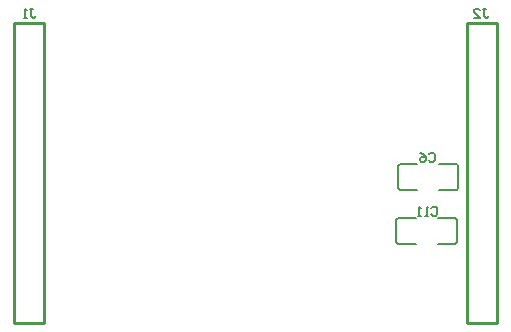
<source format=gbo>
G04*
G04 #@! TF.GenerationSoftware,Altium Limited,Altium Designer,22.11.1 (43)*
G04*
G04 Layer_Color=32896*
%FSLAX25Y25*%
%MOIN*%
G70*
G04*
G04 #@! TF.SameCoordinates,76B60832-644B-4AE7-BD70-8BB73C9281A9*
G04*
G04*
G04 #@! TF.FilePolarity,Positive*
G04*
G01*
G75*
%ADD11C,0.01000*%
%ADD13C,0.00600*%
%ADD18C,0.00500*%
D11*
X153268Y148425D02*
X163268D01*
Y48425D02*
Y148425D01*
X153268Y48425D02*
X163268D01*
X153268D02*
Y148425D01*
X2087D02*
X12087D01*
Y48425D02*
Y148425D01*
X2087Y48425D02*
X12087D01*
X2087D02*
Y148425D01*
D13*
X129637Y75298D02*
X130237Y74698D01*
Y83302D02*
X129637Y82702D01*
X149223Y74698D02*
X149823Y75298D01*
Y82702D02*
X149223Y83302D01*
X130137Y93298D02*
X130737Y92698D01*
Y101302D02*
X130137Y100702D01*
X149723Y92698D02*
X150323Y93298D01*
Y100702D02*
X149723Y101302D01*
X130237Y83302D02*
X136083D01*
X130237Y74698D02*
X136083D01*
X129637Y75298D02*
Y82702D01*
X143377Y83302D02*
X149223D01*
X143377Y74698D02*
X149223D01*
X149823Y75298D02*
Y82702D01*
X130737Y101302D02*
X136583D01*
X130737Y92698D02*
X136583D01*
X130137Y93298D02*
Y100702D01*
X143877Y101302D02*
X149723D01*
X143877Y92698D02*
X149723D01*
X150323Y93298D02*
Y100702D01*
D18*
X158500Y152999D02*
X159500D01*
X159000D01*
Y150500D01*
X159500Y150001D01*
X159999D01*
X160499Y150500D01*
X155501Y150001D02*
X157500D01*
X155501Y152000D01*
Y152500D01*
X156001Y152999D01*
X157000D01*
X157500Y152500D01*
X7500Y152999D02*
X8500D01*
X8000D01*
Y150500D01*
X8500Y150001D01*
X8999D01*
X9499Y150500D01*
X6500Y150001D02*
X5501D01*
X6001D01*
Y152999D01*
X6500Y152500D01*
X141250Y86500D02*
X141749Y86999D01*
X142749D01*
X143249Y86500D01*
Y84500D01*
X142749Y84000D01*
X141749D01*
X141250Y84500D01*
X140250Y84000D02*
X139250D01*
X139750D01*
Y86999D01*
X140250Y86500D01*
X137751Y84000D02*
X136751D01*
X137251D01*
Y86999D01*
X137751Y86500D01*
X140500Y104500D02*
X141000Y104999D01*
X141999D01*
X142499Y104500D01*
Y102500D01*
X141999Y102000D01*
X141000D01*
X140500Y102500D01*
X137501Y104999D02*
X138500Y104500D01*
X139500Y103500D01*
Y102500D01*
X139000Y102000D01*
X138001D01*
X137501Y102500D01*
Y103000D01*
X138001Y103500D01*
X139500D01*
M02*

</source>
